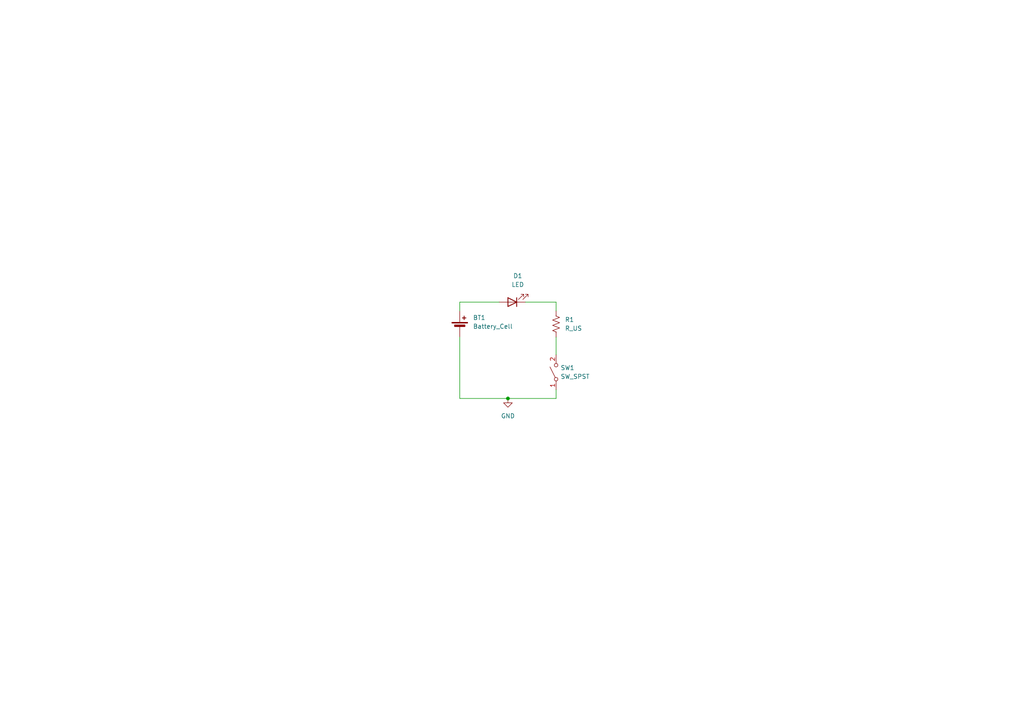
<source format=kicad_sch>
(kicad_sch (version 20231120) (generator "eeschema") (generator_version "8.0")
  (paper "A4")
  (lib_symbols
    (symbol "Device:Battery_Cell" (pin_numbers hide) (pin_names (offset 0) hide)
      (property "Reference" "BT" (at 2.54 2.54 0))
      (property "Value" "Battery_Cell" (at 2.54 0 0))
      (symbol "Battery_Cell_0_1"
        (rectangle (start -2.286 1.778) (end 2.286 1.524) (fill (type outline)))
        (rectangle (start -1.524 1.016) (end 1.524 0.508) (fill (type outline)))
        (polyline (pts (xy 0 0.762) (xy 0 0)))
        (polyline (pts (xy 0 1.778) (xy 0 2.54)))
        (polyline (pts (xy 0.762 3.048) (xy 1.778 3.048)) (stroke (width 0.254)))
        (polyline (pts (xy 1.27 3.556) (xy 1.27 2.54)) (stroke (width 0.254)))
      )
      (symbol "Battery_Cell_1_1"
        (pin passive line (at 0 5.08 270) (length 2.54) (name "+") (number "1"))
        (pin passive line (at 0 -2.54 90) (length 2.54) (name "-") (number "2"))
      )
    )
    (symbol "Device:LED" (pin_numbers hide) (pin_names (offset 1.016) hide)
      (property "Reference" "D" (at 0 2.54 0))
      (property "Value" "LED" (at 0 -2.54 0))
      (symbol "LED_0_1"
        (polyline (pts (xy -1.27 -1.27) (xy -1.27 1.27)) (stroke (width 0.254)))
        (polyline (pts (xy -1.27 0) (xy 1.27 0)))
        (polyline (pts (xy 1.27 -1.27) (xy 1.27 1.27) (xy -1.27 0) (xy 1.27 -1.27)) (stroke (width 0.254)))
        (polyline (pts (xy -3.048 -0.762) (xy -4.572 -2.286) (xy -3.81 -2.286) (xy -4.572 -2.286) (xy -4.572 -1.524)))
        (polyline (pts (xy -1.778 -0.762) (xy -3.302 -2.286) (xy -2.54 -2.286) (xy -3.302 -2.286) (xy -3.302 -1.524)))
      )
      (symbol "LED_1_1"
        (pin passive line (at -3.81 0 0) (length 2.54) (name "K") (number "1"))
        (pin passive line (at 3.81 0 180) (length 2.54) (name "A") (number "2"))
      )
    )
    (symbol "Device:R_US" (pin_numbers hide) (pin_names (offset 0))
      (property "Reference" "R" (at 2.54 0 90))
      (property "Value" "R_US" (at -2.54 0 90))
      (symbol "R_US_0_1"
        (polyline (pts (xy 0 -2.286) (xy 0 -2.54)))
        (polyline (pts (xy 0 2.286) (xy 0 2.54)))
        (polyline (pts (xy 0 -0.762) (xy 1.016 -1.143) (xy 0 -1.524) (xy -1.016 -1.905) (xy 0 -2.286)))
        (polyline (pts (xy 0 0.762) (xy 1.016 0.381) (xy 0 0) (xy -1.016 -0.381) (xy 0 -0.762)))
        (polyline (pts (xy 0 2.286) (xy 1.016 1.905) (xy 0 1.524) (xy -1.016 1.143) (xy 0 0.762)))
      )
      (symbol "R_US_1_1"
        (pin passive line (at 0 3.81 270) (length 1.27) (name "~") (number "1"))
        (pin passive line (at 0 -3.81 90) (length 1.27) (name "~") (number "2"))
      )
    )
    (symbol "Switch:SW_SPST" (pin_names (offset 0) hide)
      (property "Reference" "SW" (at 0 3.175 0))
      (property "Value" "SW_SPST" (at 0 -2.54 0))
      (symbol "SW_SPST_0_0"
        (circle (center -2.032 0) (radius 0.508))
        (polyline (pts (xy -1.524 0.254) (xy 1.524 1.778)))
        (circle (center 2.032 0) (radius 0.508))
      )
      (symbol "SW_SPST_1_1"
        (pin passive line (at -5.08 0 0) (length 2.54) (name "A") (number "1"))
        (pin passive line (at 5.08 0 180) (length 2.54) (name "B") (number "2"))
      )
    )
    (symbol "power:GND" (power) (pin_numbers hide) (pin_names (offset 0) hide)
      (property "Value" "GND" (at 0 -3.81 0))
      (symbol "GND_0_1"
        (polyline (pts (xy 0 0) (xy 0 -1.27) (xy 1.27 -1.27) (xy 0 -2.54) (xy -1.27 -1.27) (xy 0 -1.27)))
      )
      (symbol "GND_1_1"
        (pin power_in line (at 0 0 270) (length 0) (name "~") (number "1"))
      )
    )
  )
  (junction (at 147.32 115.57))
  (wire (pts (xy 161.29 97.79) (xy 161.29 102.87)))
  (wire (pts (xy 133.35 90.17) (xy 133.35 87.63)))
  (wire (pts (xy 133.35 115.57) (xy 133.35 97.79)))
  (wire (pts (xy 133.35 87.63) (xy 144.78 87.63)))
  (wire (pts (xy 147.32 115.57) (xy 133.35 115.57)))
  (wire (pts (xy 161.29 115.57) (xy 147.32 115.57)))
  (wire (pts (xy 161.29 87.63) (xy 161.29 90.17)))
  (wire (pts (xy 152.4 87.63) (xy 161.29 87.63)))
  (wire (pts (xy 161.29 113.03) (xy 161.29 115.57)))
  (symbol (lib_id "Device:LED") (at 148.59 87.63 180) (unit 1)
    (property "Reference" "D1" (at 150.1775 80.01 0))
    (property "Value" "LED" (at 150.1775 82.55 0))
    (property "Footprint" "LED_SMD:LED_2512_6332Metric" (effects (hide yes)))
    (property "Description" "Light emitting diode" (effects (hide yes)))
  )
  (symbol (lib_id "Device:Battery_Cell") (at 133.35 95.25 0) (unit 1)
    (property "Reference" "BT1" (at 137.16 92.1384 0) (effects (justify left)))
    (property "Value" "Battery_Cell" (at 137.16 94.6784 0) (effects (justify left)))
    (property "Footprint" "Battery:BatteryHolder_Keystone_103_1x20mm" (effects (hide yes)))
    (property "Description" "Single-cell battery" (effects (hide yes)))
  )
  (symbol (lib_id "Device:R_US") (at 161.29 93.98 0) (unit 1)
    (property "Reference" "R1" (at 163.83 92.7099 0) (effects (justify left)))
    (property "Value" "R_US" (at 163.83 95.2499 0) (effects (justify left)))
    (property "Footprint" "Resistor_SMD:R_2512_6332Metric" (effects (hide yes)))
    (property "Description" "Resistor, US symbol" (effects (hide yes)))
  )
  (symbol (lib_id "Switch:SW_SPST") (at 161.29 107.95 90) (unit 1)
    (property "Reference" "SW1" (at 162.56 106.6799 90) (effects (justify right)))
    (property "Value" "SW_SPST" (at 162.56 109.2199 90) (effects (justify right)))
    (property "Footprint" "Button_Switch_THT:SW_PUSH_6mm" (effects (hide yes)))
    (property "Description" "Single Pole Single Throw (SPST) switch" (effects (hide yes)))
  )
  (symbol (lib_id "power:GND") (at 147.32 115.57 0) (unit 1)
    (property "Reference" "#PWR01" (effects (hide yes)))
    (property "Value" "GND" (at 147.32 120.65 0))
    (property "Description" "Power symbol creates a global label with name \"GND\" , ground" (effects (hide yes)))
  )
)
</source>
